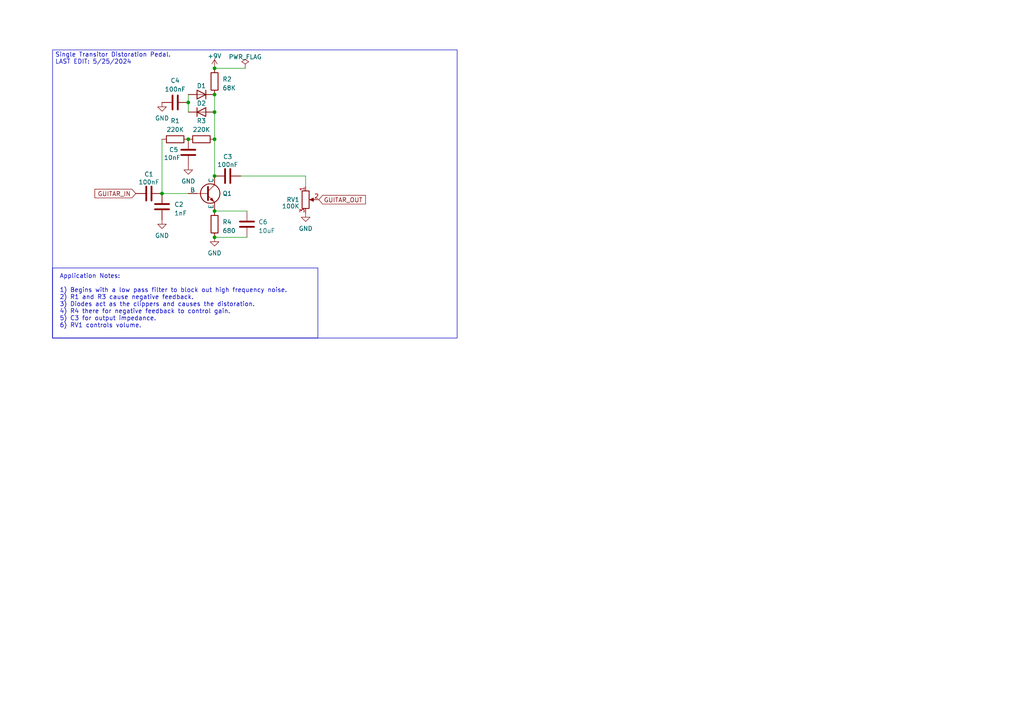
<source format=kicad_sch>
(kicad_sch (version 20230121) (generator eeschema)
  (paper "A4")
  (title_block (title "Single Transistor Guitar Pedal") (date "2024-05-25") (rev "1.2") (company "Strahinja Marinkovic"))
  (lib_symbols
    (symbol "Device:C" (pin_numbers hide) (pin_names (offset 0.254))
      (property "Reference" "C" (at 0.635 2.54 0))
      (property "Value" "C" (at 0.635 -2.54 0))
      (symbol "C_0_1"
        (polyline (pts (xy -2.032 -0.762) (xy 2.032 -0.762)) (stroke (width 0.508)))
        (polyline (pts (xy -2.032 0.762) (xy 2.032 0.762)) (stroke (width 0.508)))
      )
      (symbol "C_1_1"
        (pin passive line (at 0 3.81 270) (length 2.794) (name "~") (number "1"))
        (pin passive line (at 0 -3.81 90) (length 2.794) (name "~") (number "2"))
      )
    )
    (symbol "Device:D" (pin_numbers hide) (pin_names (offset 1.016) hide)
      (property "Reference" "D" (at 0 2.54 0))
      (property "Value" "D" (at 0 -2.54 0))
      (symbol "D_0_1"
        (polyline (pts (xy -1.27 1.27) (xy -1.27 -1.27)) (stroke (width 0.254)))
        (polyline (pts (xy 1.27 0) (xy -1.27 0)))
        (polyline (pts (xy 1.27 1.27) (xy 1.27 -1.27) (xy -1.27 0) (xy 1.27 1.27)) (stroke (width 0.254)))
      )
      (symbol "D_1_1"
        (pin passive line (at -3.81 0 0) (length 2.54) (name "K") (number "1"))
        (pin passive line (at 3.81 0 180) (length 2.54) (name "A") (number "2"))
      )
    )
    (symbol "Device:R" (pin_numbers hide) (pin_names (offset 0))
      (property "Reference" "R" (at 2.032 0 90))
      (property "Value" "R" (at 0 0 90))
      (symbol "R_0_1"
        (rectangle (start -1.016 -2.54) (end 1.016 2.54) (stroke (width 0.254)))
      )
      (symbol "R_1_1"
        (pin passive line (at 0 3.81 270) (length 1.27) (name "~") (number "1"))
        (pin passive line (at 0 -3.81 90) (length 1.27) (name "~") (number "2"))
      )
    )
    (symbol "Device:R_Potentiometer" (pin_names (offset 1.016) hide)
      (property "Reference" "RV" (at -4.445 0 90))
      (property "Value" "R_Potentiometer" (at -2.54 0 90))
      (symbol "R_Potentiometer_0_1"
        (polyline (pts (xy 2.54 0) (xy 1.524 0)))
        (polyline (pts (xy 1.143 0) (xy 2.286 0.508) (xy 2.286 -0.508) (xy 1.143 0)) (fill (type outline)))
        (rectangle (start 1.016 2.54) (end -1.016 -2.54) (stroke (width 0.254)))
      )
      (symbol "R_Potentiometer_1_1"
        (pin passive line (at 0 3.81 270) (length 1.27) (name "1") (number "1"))
        (pin passive line (at 3.81 0 180) (length 1.27) (name "2") (number "2"))
        (pin passive line (at 0 -3.81 90) (length 1.27) (name "3") (number "3"))
      )
    )
    (symbol "Simulation_SPICE:NPN" (pin_numbers hide) (pin_names (offset 0))
      (property "Reference" "Q" (at -2.54 7.62 0))
      (property "Value" "NPN" (at -2.54 5.08 0))
      (symbol "NPN_0_1"
        (polyline (pts (xy -2.54 0) (xy 0.635 0)) (stroke (width 0.1524)))
        (polyline (pts (xy 0.635 0.635) (xy 2.54 2.54)))
        (polyline (pts (xy 2.794 -1.27) (xy 2.794 -1.27)) (stroke (width 0.1524)))
        (polyline (pts (xy 2.794 -1.27) (xy 2.794 -1.27)) (stroke (width 0.1524)))
        (polyline (pts (xy 0.635 -0.635) (xy 2.54 -2.54) (xy 2.54 -2.54)))
        (polyline (pts (xy 0.635 1.905) (xy 0.635 -1.905) (xy 0.635 -1.905)) (stroke (width 0.508)))
        (polyline (pts (xy 1.27 -1.778) (xy 1.778 -1.27) (xy 2.286 -2.286) (xy 1.27 -1.778) (xy 1.27 -1.778)) (fill (type outline)))
        (circle (center 1.27 0) (radius 2.8194) (stroke (width 0.254)))
      )
      (symbol "NPN_1_1"
        (pin open_collector line (at 2.54 5.08 270) (length 2.54) (name "C") (number "1"))
        (pin input line (at -5.08 0 0) (length 2.54) (name "B") (number "2"))
        (pin open_emitter line (at 2.54 -5.08 90) (length 2.54) (name "E") (number "3"))
      )
    )
    (symbol "power:+9V" (power) (pin_names (offset 0))
      (property "Value" "+9V" (at 0 3.556 0))
      (symbol "+9V_0_1"
        (polyline (pts (xy -0.762 1.27) (xy 0 2.54)))
        (polyline (pts (xy 0 0) (xy 0 2.54)))
        (polyline (pts (xy 0 2.54) (xy 0.762 1.27)))
      )
      (symbol "+9V_1_1"
        (pin power_in line (at 0 0 90) (length 0) hide (name "+9V") (number "1"))
      )
    )
    (symbol "power:GND" (power) (pin_names (offset 0))
      (property "Value" "GND" (at 0 -3.81 0))
      (symbol "GND_0_1"
        (polyline (pts (xy 0 0) (xy 0 -1.27) (xy 1.27 -1.27) (xy 0 -2.54) (xy -1.27 -1.27) (xy 0 -1.27)))
      )
      (symbol "GND_1_1"
        (pin power_in line (at 0 0 270) (length 0) hide (name "GND") (number "1"))
      )
    )
    (symbol "power:PWR_FLAG" (power) (pin_numbers hide) (pin_names (offset 0) hide)
      (property "Value" "PWR_FLAG" (at 0 3.81 0))
      (symbol "PWR_FLAG_0_0"
        (pin power_out line (at 0 0 90) (length 0) (name "pwr") (number "1"))
      )
      (symbol "PWR_FLAG_0_1"
        (polyline (pts (xy 0 0) (xy 0 1.27) (xy -1.016 1.905) (xy 0 2.54) (xy 1.016 1.905) (xy 0 1.27)))
      )
    )
  )
  (junction (at 62.23 32.512))
  (junction (at 46.99 56.134))
  (junction (at 62.23 61.214))
  (junction (at 54.61 29.718))
  (junction (at 62.23 68.834))
  (junction (at 62.23 19.812))
  (junction (at 62.23 27.432))
  (junction (at 54.61 40.386))
  (junction (at 62.23 51.054))
  (junction (at 62.23 40.386))
  (wire (pts (xy 62.23 32.512) (xy 62.23 40.386)))
  (wire (pts (xy 88.646 54.102) (xy 88.646 51.054)))
  (wire (pts (xy 62.23 40.386) (xy 62.23 51.054)))
  (wire (pts (xy 46.99 56.134) (xy 54.61 56.134)))
  (wire (pts (xy 62.23 27.432) (xy 62.23 32.512)))
  (wire (pts (xy 62.23 19.812) (xy 71.12 19.812)))
  (wire (pts (xy 54.61 29.718) (xy 54.61 32.512)))
  (wire (pts (xy 88.646 51.054) (xy 69.85 51.054)))
  (wire (pts (xy 46.99 40.386) (xy 46.99 56.134)))
  (wire (pts (xy 54.61 27.432) (xy 54.61 29.718)))
  (wire (pts (xy 62.23 61.214) (xy 71.628 61.214)))
  (wire (pts (xy 62.23 68.834) (xy 71.628 68.834)))
  (rectangle (start 15.24 77.724) (end 92.202 98.044))
  (rectangle (start 15.24 14.478) (end 132.588 98.044))
  (text "Application Notes:\n\n1) Begins with a low pass filter to block out high frequency noise.\n2) R1 and R3 cause negative feedback.\n3) Diodes act as the clippers and causes the distoration.\n4) R4 there for negative feedback to control gain.\n5) C3 for output impedance.\n6) RV1 controls volume." (at 17.272 95.25 0) (effects (font (size 1.27 1.27)) (justify left bottom)))
  (text "Single Transitor Distoration Pedal.\nLAST EDIT: 5/25/2024\n" (at 16.002 18.796 0) (effects (font (size 1.27 1.27)) (justify left bottom)))
  (global_label "GUITAR_IN" (shape input) (at 39.37 56.134 180) (property "Intersheetrefs" "${INTERSHEET_REFS}" (effects hide)))
  (global_label "GUITAR_OUT" (shape input) (at 92.456 57.912 0) (property "Intersheetrefs" "${INTERSHEET_REFS}" (effects hide)))
  (symbol (lib_id "Device:C") (at 50.8 29.718 90) (unit 1)
    (property "Reference" "C4" (at 50.8 23.368 90))
    (property "Value" "100nF" (at 50.8 25.908 90))
  )
  (symbol (lib_id "power:GND") (at 46.99 29.718 0) (unit 1)
    (property "Reference" "#PWR06" (effects hide))
    (property "Value" "GND" (at 46.99 34.29 0))
  )
  (symbol (lib_id "Device:D") (at 58.42 32.512 0) (unit 1)
    (property "Reference" "D2" (at 58.42 29.972 0))
    (property "Value" "D" (effects hide))
    (property "Sim.Device" "D" (effects hide))
    (property "Sim.Pins" "1=K 2=A" (effects hide))
  )
  (symbol (lib_id "Device:R") (at 58.42 40.386 90) (unit 1)
    (property "Reference" "R3" (at 58.42 35.052 90))
    (property "Value" "220K" (at 58.42 37.592 90))
  )
  (symbol (lib_id "power:GND") (at 46.99 63.754 0) (unit 1)
    (property "Reference" "#PWR01" (effects hide))
    (property "Value" "GND" (at 46.99 68.326 0))
  )
  (symbol (lib_id "power:GND") (at 54.61 48.006 0) (unit 1)
    (property "Reference" "#PWR05" (effects hide))
    (property "Value" "GND" (at 54.61 52.578 0))
  )
  (symbol (lib_id "Device:C") (at 43.18 56.134 90) (unit 1)
    (property "Reference" "C1" (at 43.18 50.546 90))
    (property "Value" "100nF" (at 43.18 52.832 90))
  )
  (symbol (lib_id "Device:C") (at 66.04 51.054 90) (unit 1)
    (property "Reference" "C3" (at 66.04 45.466 90))
    (property "Value" "100nF" (at 66.04 47.752 90))
  )
  (symbol (lib_id "Device:R") (at 50.8 40.386 90) (unit 1)
    (property "Reference" "R1" (at 50.8 35.052 90))
    (property "Value" "220K" (at 50.8 37.592 90))
  )
  (symbol (lib_id "Device:R") (at 62.23 23.622 0) (unit 1)
    (property "Reference" "R2" (at 64.516 22.987 0) (effects (justify left)))
    (property "Value" "68K" (at 64.516 25.527 0) (effects (justify left)))
  )
  (symbol (lib_id "power:GND") (at 88.646 61.722 0) (unit 1)
    (property "Reference" "#PWR03" (effects hide))
    (property "Value" "GND" (at 88.646 66.294 0))
  )
  (symbol (lib_id "Device:R") (at 62.23 65.024 0) (unit 1)
    (property "Reference" "R4" (at 64.516 64.389 0) (effects (justify left)))
    (property "Value" "680" (at 64.516 66.929 0) (effects (justify left)))
  )
  (symbol (lib_id "power:+9V") (at 62.23 19.812 0) (unit 1)
    (property "Reference" "#PWR04" (effects hide))
    (property "Value" "+9V" (at 62.23 16.256 0))
  )
  (symbol (lib_id "Device:R_Potentiometer") (at 88.646 57.912 0) (unit 1)
    (property "Reference" "RV1" (at 86.868 57.912 0) (effects (justify right)))
    (property "Value" "100K" (at 86.868 59.817 0) (effects (justify right)))
  )
  (symbol (lib_id "Simulation_SPICE:NPN") (at 59.69 56.134 0) (unit 1)
    (property "Reference" "Q1" (at 64.516 56.134 0) (effects (justify left)))
    (property "Value" "NPN" (effects hide))
    (property "Sim.Device" "NPN" (effects hide))
    (property "Sim.Type" "GUMMELPOON" (effects hide))
    (property "Sim.Pins" "1=C 2=B 3=E" (effects hide))
  )
  (symbol (lib_id "Device:C") (at 71.628 65.024 180) (unit 1)
    (property "Reference" "C6" (at 74.93 64.389 0) (effects (justify right)))
    (property "Value" "10uF" (at 74.93 66.929 0) (effects (justify right)))
  )
  (symbol (lib_id "power:GND") (at 62.23 68.834 0) (unit 1)
    (property "Reference" "#PWR07" (effects hide))
    (property "Value" "GND" (at 62.23 73.406 0))
  )
  (symbol (lib_id "Device:C") (at 46.99 59.944 180) (unit 1)
    (property "Reference" "C2" (at 50.546 59.309 0) (effects (justify right)))
    (property "Value" "1nF" (at 50.546 61.849 0) (effects (justify right)))
  )
  (symbol (lib_id "Device:D") (at 58.42 27.432 180) (unit 1)
    (property "Reference" "D1" (at 58.42 24.892 0))
    (property "Value" "D" (effects hide))
    (property "Sim.Device" "D" (effects hide))
    (property "Sim.Pins" "1=K 2=A" (effects hide))
  )
  (symbol (lib_id "Device:C") (at 54.61 44.196 0) (unit 1)
    (property "Reference" "C5" (at 49.022 43.434 0) (effects (justify left)))
    (property "Value" "10nF" (at 47.498 45.72 0) (effects (justify left)))
  )
  (symbol (lib_id "power:PWR_FLAG") (at 71.12 19.812 0) (unit 1)
    (property "Reference" "#FLG01" (effects hide))
    (property "Value" "PWR_FLAG" (at 71.12 16.51 0))
  )
)
</source>
